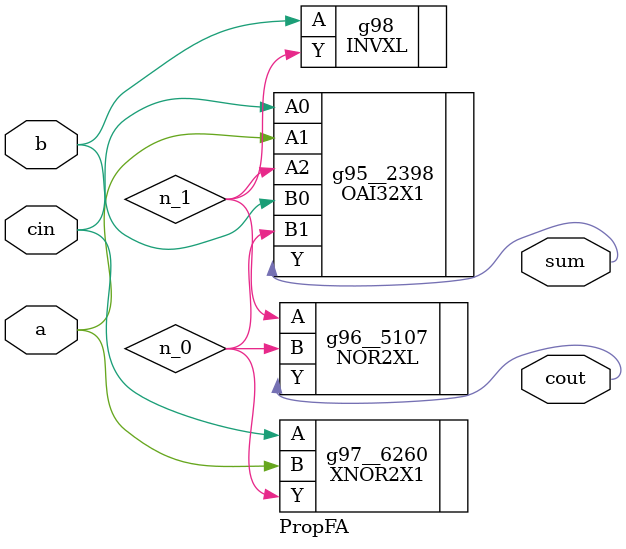
<source format=v>


// Verification Directory fv/PropFA 

module PropFA(a, b, cin, sum, cout);
  input a, b, cin;
  output sum, cout;
  wire a, b, cin;
  wire sum, cout;
  wire n_0, n_1;
  OAI32X1 g95__2398(.A0 (cin), .A1 (a), .A2 (n_1), .B0 (b), .B1 (n_0),
       .Y (sum));
  NOR2XL g96__5107(.A (n_1), .B (n_0), .Y (cout));
  XNOR2X1 g97__6260(.A (cin), .B (a), .Y (n_0));
  INVXL g98(.A (b), .Y (n_1));
endmodule


</source>
